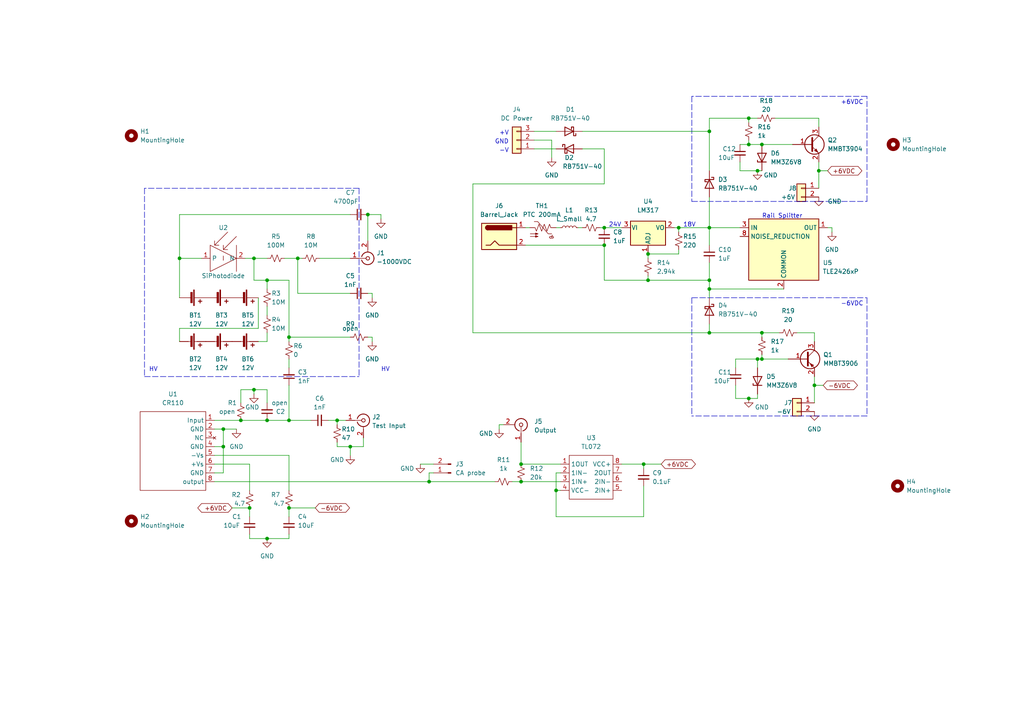
<source format=kicad_sch>
(kicad_sch (version 20211123) (generator eeschema)
  (paper "A4")
  (lib_symbols
    (symbol "Connector:Barrel_Jack" (pin_names (offset 1.016))
      (property "Reference" "J" (at 0 5.334 0))
      (property "Value" "Barrel_Jack" (at 0 -5.08 0))
      (symbol "Barrel_Jack_1_1"
        (pin passive line (at 7.62 2.54 180) (length 2.54) (name "~") (number "1"))
        (pin passive line (at 7.62 -2.54 180) (length 2.54) (name "~") (number "2"))
      )
    )
    (symbol "Connector:Conn_01x02_Male" (pin_names (offset 1.016) hide)
      (property "Reference" "J" (at 0 2.54 0))
      (property "Value" "Conn_01x02_Male" (at 0 -5.08 0))
      (symbol "Conn_01x02_Male_1_1"
        (pin passive line (at 5.08 0 180) (length 3.81) (name "Pin_1") (number "1"))
        (pin passive line (at 5.08 -2.54 180) (length 3.81) (name "Pin_2") (number "2"))
      )
    )
    (symbol "Connector:Conn_Coaxial" (pin_names (offset 1.016) hide)
      (property "Reference" "J" (at 0.254 3.048 0))
      (property "Value" "Conn_Coaxial" (at 2.921 0 90))
      (symbol "Conn_Coaxial_1_1"
        (pin passive line (at -5.08 0 0) (length 2.54) (name "In") (number "1"))
        (pin passive line (at 0 -5.08 90) (length 2.54) (name "Ext") (number "2"))
      )
    )
    (symbol "Connector_Generic:Conn_01x02" (pin_names (offset 1.016) hide)
      (property "Reference" "J" (at 0 2.54 0))
      (property "Value" "Conn_01x02" (at 0 -5.08 0))
      (symbol "Conn_01x02_1_1"
        (pin passive line (at -5.08 0 0) (length 3.81) (name "Pin_1") (number "1"))
        (pin passive line (at -5.08 -2.54 0) (length 3.81) (name "Pin_2") (number "2"))
      )
    )
    (symbol "Connector_Generic:Conn_01x03" (pin_names (offset 1.016) hide)
      (property "Reference" "J" (at 0 5.08 0))
      (property "Value" "Conn_01x03" (at 0 -5.08 0))
      (symbol "Conn_01x03_1_1"
        (pin passive line (at -5.08 2.54 0) (length 3.81) (name "Pin_1") (number "1"))
        (pin passive line (at -5.08 0 0) (length 3.81) (name "Pin_2") (number "2"))
        (pin passive line (at -5.08 -2.54 0) (length 3.81) (name "Pin_3") (number "3"))
      )
    )
    (symbol "Device:Battery_Cell" (pin_numbers hide) (pin_names (offset 0) hide)
      (property "Reference" "BT" (at 2.54 2.54 0))
      (property "Value" "Battery_Cell" (at 2.54 0 0))
      (symbol "Battery_Cell_1_1"
        (pin passive line (at 0 5.08 270) (length 2.54) (name "+") (number "1"))
        (pin passive line (at 0 -2.54 90) (length 2.54) (name "-") (number "2"))
      )
    )
    (symbol "Device:C_Small" (pin_numbers hide) (pin_names (offset 0.254) hide)
      (property "Reference" "C" (at 0.254 1.778 0))
      (property "Value" "C_Small" (at 0.254 -2.032 0))
      (symbol "C_Small_1_1"
        (pin passive line (at 0 2.54 270) (length 2.032) (name "~") (number "1"))
        (pin passive line (at 0 -2.54 90) (length 2.032) (name "~") (number "2"))
      )
    )
    (symbol "Device:D_Schottky" (pin_numbers hide) (pin_names (offset 1.016) hide)
      (property "Reference" "D" (at 0 2.54 0))
      (property "Value" "D_Schottky" (at 0 -2.54 0))
      (symbol "D_Schottky_1_1"
        (pin passive line (at -3.81 0 0) (length 2.54) (name "K") (number "1"))
        (pin passive line (at 3.81 0 180) (length 2.54) (name "A") (number "2"))
      )
    )
    (symbol "Device:L_Small" (pin_numbers hide) (pin_names (offset 0.254) hide)
      (property "Reference" "L" (at 0.762 1.016 0))
      (property "Value" "L_Small" (at 0.762 -1.016 0))
      (symbol "L_Small_1_1"
        (pin passive line (at 0 2.54 270) (length 0.508) (name "~") (number "1"))
        (pin passive line (at 0 -2.54 90) (length 0.508) (name "~") (number "2"))
      )
    )
    (symbol "Device:R_Small_US" (pin_numbers hide) (pin_names (offset 0.254) hide)
      (property "Reference" "R" (at 0.762 0.508 0))
      (property "Value" "R_Small_US" (at 0.762 -1.016 0))
      (symbol "R_Small_US_1_1"
        (pin passive line (at 0 2.54 270) (length 1.016) (name "~") (number "1"))
        (pin passive line (at 0 -2.54 90) (length 1.016) (name "~") (number "2"))
      )
    )
    (symbol "Device:Thermistor_PTC_US" (pin_numbers hide) (pin_names (offset 0))
      (property "Reference" "TH" (at -4.064 0 90))
      (property "Value" "Thermistor_PTC_US" (at 3.048 0 90))
      (symbol "Thermistor_PTC_US_1_1"
        (pin passive line (at 0 3.81 270) (length 1.27) (name "~") (number "1"))
        (pin passive line (at 0 -3.81 90) (length 1.27) (name "~") (number "2"))
      )
    )
    (symbol "Diode:MM3Zxx" (pin_numbers hide) (pin_names hide)
      (property "Reference" "D" (at 0 2.54 0))
      (property "Value" "MM3Zxx" (at 0 -2.54 0))
      (symbol "MM3Zxx_1_1"
        (pin passive line (at -3.81 0 0) (length 2.54) (name "K") (number "1"))
        (pin passive line (at 3.81 0 180) (length 2.54) (name "A") (number "2"))
      )
    )
    (symbol "ESC_Electronics:CR110"
      (property "Reference" "U" (at 10.16 -2.54 0))
      (property "Value" "CR110" (at 10.16 5.08 0))
      (symbol "CR110_1_1"
        (pin input line (at -3.81 8.89 0) (length 2.54) (name "Input") (number "1"))
        (pin input line (at -3.81 6.35 0) (length 2.54) (name "GND") (number "2"))
        (pin no_connect line (at -3.81 3.81 0) (length 2.54) (name "NC") (number "3"))
        (pin input line (at -3.81 1.27 0) (length 2.54) (name "GND") (number "4"))
        (pin input line (at -3.81 -1.27 0) (length 2.54) (name "-Vs") (number "5"))
        (pin input line (at -3.81 -3.81 0) (length 2.54) (name "+Vs") (number "6"))
        (pin input line (at -3.81 -6.35 0) (length 2.54) (name "GND") (number "7"))
        (pin input line (at -3.81 -8.89 0) (length 2.54) (name "output") (number "8"))
      )
    )
    (symbol "ESC_Electronics:SiPhotodiode"
      (property "Reference" "U?" (at 0 8.89 0))
      (property "Value" "SiPhotodiode" (at 0 -5.08 0))
      (symbol "SiPhotodiode_0_0"
        (text "I" (at 0 0 0) (effects (font (size 1.27 1.27))))
      )
      (symbol "SiPhotodiode_1_1"
        (pin input line (at -6.35 0 0) (length 2.54) (name "P") (number "1"))
        (pin output line (at 6.35 0 180) (length 2.54) (name "N") (number "2"))
      )
    )
    (symbol "ESC_Electronics:TL072"
      (property "Reference" "U" (at 0 7.62 0))
      (property "Value" "TL072" (at 0 -7.62 0))
      (symbol "TL072_1_1"
        (pin output line (at -8.89 3.81 0) (length 2.54) (name "1OUT") (number "1"))
        (pin input line (at -8.89 1.27 0) (length 2.54) (name "1IN-") (number "2"))
        (pin input line (at -8.89 -1.27 0) (length 2.54) (name "1IN+") (number "3"))
        (pin input line (at -8.89 -3.81 0) (length 2.54) (name "VCC-") (number "4"))
        (pin input line (at 8.89 -3.81 180) (length 2.54) (name "2IN+") (number "5"))
        (pin input line (at 8.89 -1.27 180) (length 2.54) (name "2IN-") (number "6"))
        (pin output line (at 8.89 1.27 180) (length 2.54) (name "2OUT") (number "7"))
        (pin input line (at 8.89 3.81 180) (length 2.54) (name "VCC+") (number "8"))
      )
    )
    (symbol "Mechanical:MountingHole" (pin_names (offset 1.016))
      (property "Reference" "H" (at 0 5.08 0))
      (property "Value" "MountingHole" (at 0 3.175 0))
    )
    (symbol "Reference_Voltage:TLE2426xP"
      (property "Reference" "U" (at -10.414 8.89 0))
      (property "Value" "TLE2426xP" (at 10.16 8.89 0))
      (symbol "TLE2426xP_1_1"
        (pin power_out line (at 12.7 5.08 180) (length 2.54) (name "OUT") (number "1"))
        (pin power_in line (at 0 -12.7 90) (length 2.54) (name "COMMON") (number "2"))
        (pin power_in line (at -12.7 5.08 0) (length 2.54) (name "IN") (number "3"))
        (pin no_connect line (at -10.16 0 0) (length 2.54) hide (name "NC") (number "4"))
        (pin no_connect line (at -10.16 -2.54 0) (length 2.54) hide (name "NC") (number "5"))
        (pin no_connect line (at 10.16 0 180) (length 2.54) hide (name "NC") (number "6"))
        (pin no_connect line (at 10.16 -2.54 180) (length 2.54) hide (name "NC") (number "7"))
        (pin passive line (at -12.7 2.54 0) (length 2.54) (name "NOISE_REDUCTION") (number "8"))
      )
    )
    (symbol "Regulator_Linear:LM317_TO-220" (pin_names (offset 0.254))
      (property "Reference" "U" (at -3.81 3.175 0))
      (property "Value" "LM317_TO-220" (at 0 3.175 0))
      (symbol "LM317_TO-220_1_1"
        (pin input line (at 0 -7.62 90) (length 2.54) (name "ADJ") (number "1"))
        (pin power_out line (at 7.62 0 180) (length 2.54) (name "VO") (number "2"))
        (pin power_in line (at -7.62 0 0) (length 2.54) (name "VI") (number "3"))
      )
    )
    (symbol "Transistor_BJT:MMBT3904" (pin_names (offset 0) hide)
      (property "Reference" "Q" (at 5.08 1.905 0))
      (property "Value" "MMBT3904" (at 5.08 0 0))
      (symbol "MMBT3904_1_1"
        (pin input line (at -5.08 0 0) (length 5.715) (name "B") (number "1"))
        (pin passive line (at 2.54 -5.08 90) (length 2.54) (name "E") (number "2"))
        (pin passive line (at 2.54 5.08 270) (length 2.54) (name "C") (number "3"))
      )
    )
    (symbol "Transistor_BJT:MMBT3906" (pin_names (offset 0) hide)
      (property "Reference" "Q" (at 5.08 1.905 0))
      (property "Value" "MMBT3906" (at 5.08 0 0))
      (symbol "MMBT3906_1_1"
        (pin input line (at -5.08 0 0) (length 5.715) (name "B") (number "1"))
        (pin passive line (at 2.54 -5.08 90) (length 2.54) (name "E") (number "2"))
        (pin passive line (at 2.54 5.08 270) (length 2.54) (name "C") (number "3"))
      )
    )
    (symbol "power:GND" (power) (pin_names (offset 0))
      (property "Value" "GND" (at 0 -3.81 0))
      (symbol "GND_1_1"
        (pin power_in line (at 0 0 270) (length 0) hide (name "GND") (number "1"))
      )
    )
  )
  (junction (at 83.82 121.92))
  (junction (at 69.85 121.92))
  (junction (at 52.07 74.93))
  (junction (at 217.17 41.91))
  (junction (at 64.77 129.54))
  (junction (at 72.39 147.32))
  (junction (at 205.74 38.1))
  (junction (at 151.13 139.7))
  (junction (at 77.47 121.92))
  (junction (at 64.77 124.46))
  (junction (at 77.47 156.21))
  (junction (at 186.69 134.62))
  (junction (at 187.96 73.66))
  (junction (at 205.74 66.04))
  (junction (at 205.74 96.52))
  (junction (at 205.74 81.28))
  (junction (at 187.96 81.28))
  (junction (at 219.71 49.53))
  (junction (at 220.98 96.52))
  (junction (at 236.22 111.76))
  (junction (at 217.17 34.29))
  (junction (at 151.13 134.62))
  (junction (at 83.82 97.79))
  (junction (at 124.46 139.7))
  (junction (at 205.74 83.82))
  (junction (at 217.17 115.57))
  (junction (at 97.79 121.92))
  (junction (at 73.66 74.93))
  (junction (at 196.85 66.04))
  (junction (at 220.98 41.91))
  (junction (at 175.26 71.12))
  (junction (at 73.66 113.03))
  (junction (at 83.82 147.32))
  (junction (at 86.36 74.93))
  (junction (at 161.29 142.24))
  (junction (at 101.6 129.54))
  (junction (at 220.98 104.14))
  (junction (at 106.68 62.23))
  (junction (at 77.47 81.28))
  (junction (at 175.26 66.04))
  (junction (at 219.71 104.14))
  (junction (at 237.49 49.53))
  (polyline (pts (xy 251.46 58.42) (xy 251.46 27.94)))
  (wire (pts (xy 72.39 134.62) (xy 62.23 134.62)))
  (wire (pts (xy 106.68 62.23) (xy 110.49 62.23)))
  (wire (pts (xy 161.29 149.86) (xy 161.29 142.24)))
  (wire (pts (xy 237.49 34.29) (xy 237.49 36.83)))
  (wire (pts (xy 83.82 81.28) (xy 83.82 97.79)))
  (wire (pts (xy 77.47 96.52) (xy 77.47 99.06)))
  (wire (pts (xy 74.93 86.36) (xy 74.93 95.25)))
  (wire (pts (xy 137.16 53.34) (xy 137.16 96.52)))
  (wire (pts (xy 180.34 134.62) (xy 186.69 134.62)))
  (wire (pts (xy 151.13 139.7) (xy 162.56 139.7)))
  (wire (pts (xy 237.49 49.53) (xy 237.49 54.61)))
  (wire (pts (xy 161.29 66.04) (xy 162.56 66.04)))
  (wire (pts (xy 213.36 106.68) (xy 213.36 104.14)))
  (wire (pts (xy 124.46 139.7) (xy 143.51 139.7)))
  (wire (pts (xy 205.74 66.04) (xy 205.74 71.12)))
  (wire (pts (xy 213.36 115.57) (xy 217.17 115.57)))
  (wire (pts (xy 240.03 66.04) (xy 241.3 66.04)))
  (wire (pts (xy 69.85 113.03) (xy 73.66 113.03)))
  (polyline (pts (xy 104.14 54.61) (xy 41.91 54.61)))
  (wire (pts (xy 205.74 93.98) (xy 205.74 96.52)))
  (wire (pts (xy 236.22 99.06) (xy 236.22 96.52)))
  (wire (pts (xy 86.36 85.09) (xy 101.6 85.09)))
  (wire (pts (xy 83.82 97.79) (xy 83.82 99.06)))
  (wire (pts (xy 205.74 83.82) (xy 205.74 86.36)))
  (wire (pts (xy 175.26 43.18) (xy 175.26 53.34)))
  (wire (pts (xy 205.74 34.29) (xy 217.17 34.29)))
  (wire (pts (xy 219.71 115.57) (xy 219.71 114.3)))
  (wire (pts (xy 175.26 81.28) (xy 175.26 71.12)))
  (wire (pts (xy 83.82 147.32) (xy 91.44 147.32)))
  (wire (pts (xy 205.74 76.2) (xy 205.74 81.28)))
  (wire (pts (xy 52.07 95.25) (xy 52.07 99.06)))
  (wire (pts (xy 107.95 86.36) (xy 107.95 85.09)))
  (wire (pts (xy 151.13 128.27) (xy 151.13 134.62)))
  (polyline (pts (xy 200.66 27.94) (xy 200.66 58.42)))
  (wire (pts (xy 219.71 49.53) (xy 220.98 49.53)))
  (polyline (pts (xy 200.66 86.36) (xy 251.46 86.36)))
  (wire (pts (xy 64.77 124.46) (xy 68.58 124.46)))
  (wire (pts (xy 71.12 74.93) (xy 73.66 74.93)))
  (wire (pts (xy 205.74 57.15) (xy 205.74 66.04)))
  (wire (pts (xy 236.22 96.52) (xy 231.14 96.52)))
  (wire (pts (xy 154.94 38.1) (xy 161.29 38.1)))
  (wire (pts (xy 213.36 111.76) (xy 213.36 115.57)))
  (wire (pts (xy 69.85 116.84) (xy 69.85 113.03)))
  (wire (pts (xy 72.39 154.94) (xy 72.39 156.21)))
  (wire (pts (xy 219.71 104.14) (xy 219.71 106.68)))
  (wire (pts (xy 196.85 72.39) (xy 196.85 73.66)))
  (wire (pts (xy 196.85 73.66) (xy 187.96 73.66)))
  (wire (pts (xy 64.77 129.54) (xy 64.77 137.16)))
  (wire (pts (xy 187.96 81.28) (xy 205.74 81.28)))
  (wire (pts (xy 62.23 132.08) (xy 83.82 132.08)))
  (wire (pts (xy 152.4 66.04) (xy 153.67 66.04)))
  (wire (pts (xy 154.94 40.64) (xy 160.02 40.64)))
  (wire (pts (xy 220.98 41.91) (xy 229.87 41.91)))
  (wire (pts (xy 77.47 81.28) (xy 83.82 81.28)))
  (wire (pts (xy 72.39 156.21) (xy 77.47 156.21)))
  (wire (pts (xy 67.31 147.32) (xy 72.39 147.32)))
  (wire (pts (xy 73.66 74.93) (xy 73.66 81.28)))
  (wire (pts (xy 69.85 121.92) (xy 62.23 121.92)))
  (wire (pts (xy 217.17 34.29) (xy 217.17 35.56)))
  (wire (pts (xy 82.55 74.93) (xy 86.36 74.93)))
  (polyline (pts (xy 41.91 54.61) (xy 41.91 109.22)))
  (wire (pts (xy 73.66 74.93) (xy 77.47 74.93)))
  (wire (pts (xy 124.46 137.16) (xy 124.46 139.7)))
  (wire (pts (xy 83.82 97.79) (xy 101.6 97.79)))
  (wire (pts (xy 106.68 97.79) (xy 107.95 97.79)))
  (wire (pts (xy 186.69 134.62) (xy 186.69 135.89)))
  (polyline (pts (xy 251.46 120.65) (xy 200.66 120.65)))
  (polyline (pts (xy 104.14 54.61) (xy 104.14 109.22)))
  (wire (pts (xy 137.16 53.34) (xy 175.26 53.34)))
  (wire (pts (xy 83.82 121.92) (xy 77.47 121.92)))
  (wire (pts (xy 219.71 104.14) (xy 220.98 104.14)))
  (wire (pts (xy 195.58 66.04) (xy 196.85 66.04)))
  (wire (pts (xy 83.82 111.76) (xy 83.82 121.92)))
  (wire (pts (xy 107.95 85.09) (xy 106.68 85.09)))
  (wire (pts (xy 58.42 74.93) (xy 52.07 74.93)))
  (wire (pts (xy 110.49 62.23) (xy 110.49 63.5)))
  (wire (pts (xy 106.68 69.85) (xy 106.68 62.23)))
  (wire (pts (xy 92.71 74.93) (xy 101.6 74.93)))
  (wire (pts (xy 187.96 73.66) (xy 187.96 74.93)))
  (wire (pts (xy 101.6 129.54) (xy 101.6 132.08)))
  (wire (pts (xy 62.23 124.46) (xy 64.77 124.46)))
  (wire (pts (xy 196.85 66.04) (xy 196.85 67.31)))
  (wire (pts (xy 97.79 121.92) (xy 100.33 121.92)))
  (polyline (pts (xy 41.91 109.22) (xy 104.14 109.22)))
  (wire (pts (xy 205.74 66.04) (xy 214.63 66.04)))
  (wire (pts (xy 162.56 137.16) (xy 161.29 137.16)))
  (wire (pts (xy 137.16 96.52) (xy 205.74 96.52)))
  (wire (pts (xy 151.13 134.62) (xy 162.56 134.62)))
  (wire (pts (xy 217.17 115.57) (xy 219.71 115.57)))
  (wire (pts (xy 237.49 46.99) (xy 237.49 49.53)))
  (wire (pts (xy 74.93 99.06) (xy 77.47 99.06)))
  (wire (pts (xy 214.63 46.99) (xy 214.63 49.53)))
  (wire (pts (xy 227.33 83.82) (xy 205.74 83.82)))
  (wire (pts (xy 236.22 111.76) (xy 236.22 116.84)))
  (wire (pts (xy 217.17 34.29) (xy 219.71 34.29)))
  (wire (pts (xy 214.63 41.91) (xy 217.17 41.91)))
  (wire (pts (xy 213.36 104.14) (xy 219.71 104.14)))
  (wire (pts (xy 152.4 71.12) (xy 175.26 71.12)))
  (wire (pts (xy 74.93 95.25) (xy 52.07 95.25)))
  (wire (pts (xy 105.41 127) (xy 105.41 129.54)))
  (wire (pts (xy 220.98 41.91) (xy 217.17 41.91)))
  (wire (pts (xy 205.74 96.52) (xy 220.98 96.52)))
  (wire (pts (xy 83.82 121.92) (xy 90.17 121.92)))
  (wire (pts (xy 220.98 104.14) (xy 228.6 104.14)))
  (wire (pts (xy 97.79 128.27) (xy 97.79 129.54)))
  (wire (pts (xy 107.95 97.79) (xy 107.95 99.06)))
  (wire (pts (xy 220.98 96.52) (xy 220.98 97.79)))
  (wire (pts (xy 52.07 74.93) (xy 52.07 86.36)))
  (wire (pts (xy 187.96 81.28) (xy 175.26 81.28)))
  (wire (pts (xy 236.22 111.76) (xy 238.76 111.76)))
  (wire (pts (xy 160.02 40.64) (xy 160.02 45.72)))
  (wire (pts (xy 69.85 121.92) (xy 77.47 121.92)))
  (wire (pts (xy 241.3 66.04) (xy 241.3 67.31)))
  (wire (pts (xy 86.36 74.93) (xy 86.36 85.09)))
  (wire (pts (xy 187.96 81.28) (xy 187.96 80.01)))
  (wire (pts (xy 95.25 121.92) (xy 97.79 121.92)))
  (wire (pts (xy 173.99 66.04) (xy 175.26 66.04)))
  (wire (pts (xy 83.82 156.21) (xy 77.47 156.21)))
  (wire (pts (xy 73.66 81.28) (xy 77.47 81.28)))
  (wire (pts (xy 168.91 43.18) (xy 175.26 43.18)))
  (wire (pts (xy 83.82 104.14) (xy 83.82 106.68)))
  (wire (pts (xy 148.59 139.7) (xy 151.13 139.7)))
  (wire (pts (xy 83.82 154.94) (xy 83.82 156.21)))
  (wire (pts (xy 72.39 142.24) (xy 72.39 134.62)))
  (wire (pts (xy 175.26 66.04) (xy 180.34 66.04)))
  (wire (pts (xy 97.79 129.54) (xy 101.6 129.54)))
  (wire (pts (xy 86.36 74.93) (xy 87.63 74.93)))
  (wire (pts (xy 62.23 139.7) (xy 124.46 139.7)))
  (wire (pts (xy 196.85 66.04) (xy 205.74 66.04)))
  (polyline (pts (xy 200.66 86.36) (xy 200.66 120.65)))
  (wire (pts (xy 161.29 137.16) (xy 161.29 142.24)))
  (wire (pts (xy 77.47 116.84) (xy 77.47 113.03)))
  (wire (pts (xy 154.94 43.18) (xy 161.29 43.18)))
  (wire (pts (xy 214.63 49.53) (xy 219.71 49.53)))
  (wire (pts (xy 220.98 96.52) (xy 226.06 96.52)))
  (wire (pts (xy 62.23 129.54) (xy 64.77 129.54)))
  (wire (pts (xy 168.91 38.1) (xy 205.74 38.1)))
  (wire (pts (xy 217.17 41.91) (xy 217.17 40.64)))
  (wire (pts (xy 186.69 149.86) (xy 161.29 149.86)))
  (wire (pts (xy 186.69 134.62) (xy 191.77 134.62)))
  (wire (pts (xy 121.92 134.62) (xy 125.73 134.62)))
  (wire (pts (xy 83.82 132.08) (xy 83.82 142.24)))
  (wire (pts (xy 161.29 142.24) (xy 162.56 142.24)))
  (wire (pts (xy 83.82 147.32) (xy 83.82 149.86)))
  (wire (pts (xy 64.77 124.46) (xy 64.77 129.54)))
  (wire (pts (xy 125.73 137.16) (xy 124.46 137.16)))
  (wire (pts (xy 205.74 83.82) (xy 205.74 81.28)))
  (polyline (pts (xy 251.46 86.36) (xy 251.46 120.65)))
  (wire (pts (xy 205.74 38.1) (xy 205.74 49.53)))
  (wire (pts (xy 224.79 34.29) (xy 237.49 34.29)))
  (wire (pts (xy 236.22 109.22) (xy 236.22 111.76)))
  (wire (pts (xy 52.07 62.23) (xy 101.6 62.23)))
  (wire (pts (xy 205.74 34.29) (xy 205.74 38.1)))
  (wire (pts (xy 62.23 137.16) (xy 64.77 137.16)))
  (wire (pts (xy 105.41 129.54) (xy 101.6 129.54)))
  (wire (pts (xy 77.47 81.28) (xy 77.47 83.82)))
  (wire (pts (xy 144.78 124.46) (xy 144.78 123.19)))
  (wire (pts (xy 73.66 113.03) (xy 73.66 114.3)))
  (wire (pts (xy 186.69 140.97) (xy 186.69 149.86)))
  (wire (pts (xy 97.79 121.92) (xy 97.79 123.19)))
  (wire (pts (xy 237.49 49.53) (xy 240.03 49.53)))
  (polyline (pts (xy 200.66 58.42) (xy 251.46 58.42)))
  (polyline (pts (xy 251.46 27.94) (xy 200.66 27.94)))
  (wire (pts (xy 52.07 62.23) (xy 52.07 74.93)))
  (wire (pts (xy 144.78 123.19) (xy 146.05 123.19)))
  (wire (pts (xy 72.39 147.32) (xy 72.39 149.86)))
  (wire (pts (xy 220.98 102.87) (xy 220.98 104.14)))
  (wire (pts (xy 77.47 88.9) (xy 77.47 91.44)))
  (wire (pts (xy 167.64 66.04) (xy 168.91 66.04)))
  (wire (pts (xy 77.47 113.03) (xy 73.66 113.03)))
  (text "24V" (at 176.53 66.04 0) (effects (font (size 1.27 1.27)) (justify left bottom)))
  (text "+V" (at 144.78 39.37 0) (effects (font (size 1.27 1.27)) (justify left bottom)))
  (text "+6VDC" (at 243.84 30.48 0) (effects (font (size 1.27 1.27)) (justify left bottom)))
  (text "HV" (at 110.49 107.95 0) (effects (font (size 1.27 1.27)) (justify left bottom)))
  (text "-6VDC" (at 243.84 88.9 0) (effects (font (size 1.27 1.27)) (justify left bottom)))
  (text "GND" (at 143.51 41.91 0) (effects (font (size 1.27 1.27)) (justify left bottom)))
  (text "-V" (at 144.78 44.45 0) (effects (font (size 1.27 1.27)) (justify left bottom)))
  (text "HV" (at 43.18 107.95 0) (effects (font (size 1.27 1.27)) (justify left bottom)))
  (text "18V" (at 198.12 66.04 0) (effects (font (size 1.27 1.27)) (justify left bottom)))
  (text "Rail Splitter" (at 220.98 63.5 0) (effects (font (size 1.27 1.27)) (justify left bottom)))
  (global_label "-6VDC" (shape bidirectional) (at 238.76 111.76 0) (property "Intersheet References" "${INTERSHEET_REFS}" (effects hide)))
  (global_label "-6VDC" (shape bidirectional) (at 91.44 147.32 0) (property "Intersheet References" "${INTERSHEET_REFS}" (effects hide)))
  (global_label "+6VDC" (shape bidirectional) (at 191.77 134.62 0) (property "Intersheet References" "${INTERSHEET_REFS}" (effects hide)))
  (global_label "+6VDC" (shape bidirectional) (at 67.31 147.32 180) (property "Intersheet References" "${INTERSHEET_REFS}" (effects hide)))
  (global_label "+6VDC" (shape bidirectional) (at 240.03 49.53 0) (property "Intersheet References" "${INTERSHEET_REFS}" (effects hide)))
  (symbol (lib_id "Device:R_Small_US") (at 151.13 137.16 0) (unit 1)
    (property "Reference" "R12" (at 153.67 135.8899 0) (effects (justify left)))
    (property "Value" "20k" (at 153.67 138.4299 0) (effects (justify left)))
    (property "Footprint" "Resistor_SMD:R_0805_2012Metric_Pad1.20x1.40mm_HandSolder" (effects hide))
    (property "Datasheet" "https://www.digikey.com/en/products/detail/stackpole-electronics-inc/RNCP0805FTD20K0/2240272" (effects hide))
    (property "Digikey" "RNCP0805FTD20K0CT-ND" (effects hide))
  )
  (symbol (lib_id "power:GND") (at 68.58 124.46 0) (unit 1)
    (property "Reference" "#PWR0110" (effects hide))
    (property "Value" "GND" (at 68.58 129.54 0))
  )
  (symbol (lib_id "Device:R_Small_US") (at 217.17 38.1 0) (unit 1)
    (property "Reference" "R16" (at 219.71 36.8299 0) (effects (justify left)))
    (property "Value" "1k" (at 219.71 39.3699 0) (effects (justify left)))
    (property "Footprint" "Resistor_SMD:R_0805_2012Metric_Pad1.20x1.40mm_HandSolder" (effects hide))
    (property "Datasheet" "https://www.digikey.com/en/products/detail/stackpole-electronics-inc/RNCP0805FTD1K00/2240229" (effects hide))
    (property "Digikey" "RNCP0805FTD1K00CT-ND" (effects hide))
  )
  (symbol (lib_id "power:GND") (at 236.22 119.38 0) (unit 1)
    (property "Reference" "#PWR01" (effects hide))
    (property "Value" "GND" (at 236.22 124.46 0))
  )
  (symbol (lib_id "Device:Battery_Cell") (at 69.85 99.06 270) (unit 1)
    (property "Reference" "BT6" (at 71.882 104.14 90))
    (property "Value" "12V" (at 71.882 106.68 90))
    (property "Footprint" "ESC_Electronics_Library:6S-Battery-Holder" (effects hide))
    (property "Datasheet" "https://www.digikey.com/en/products/detail/mpd-memory-protection-devices/BH23APC/247700?s=N4IgTCBcDaIEIAkwGYCCAFAwgWgHIBEQBdAXyA" (effects hide))
    (property "Digikey" "BH23APC-ND" (effects hide))
  )
  (symbol (lib_id "Device:Battery_Cell") (at 54.61 99.06 270) (unit 1)
    (property "Reference" "BT2" (at 56.642 104.14 90))
    (property "Value" "12V" (at 56.642 106.68 90))
    (property "Footprint" "ESC_Electronics_Library:6S-Battery-Holder" (effects hide))
    (property "Datasheet" "https://www.digikey.com/en/products/detail/mpd-memory-protection-devices/BH23APC/247700?s=N4IgTCBcDaIEIAkwGYCCAFAwgWgHIBEQBdAXyA" (effects hide))
    (property "Digikey" "BH23APC-ND" (effects hide))
  )
  (symbol (lib_id "Device:C_Small") (at 104.14 85.09 90) (unit 1)
    (property "Reference" "C5" (at 101.6 80.01 90))
    (property "Value" "1nF" (at 101.6 82.55 90))
    (property "Footprint" "Capacitor_THT:C_Disc_D7.5mm_W5.0mm_P5.00mm" (effects hide))
    (property "Datasheet" "https://www.digikey.com/en/products/detail/kemet/C330C102JHR5TA/1465599" (effects hide))
    (property "Digikey" "399-5094-ND" (effects hide))
  )
  (symbol (lib_id "Connector:Conn_Coaxial") (at 105.41 121.92 0) (unit 1)
    (property "Reference" "J2" (at 107.95 120.9431 0) (effects (justify left)))
    (property "Value" "Test Input" (at 107.95 123.4831 0) (effects (justify left)))
    (property "Footprint" "Connector_Coaxial:BNC_Amphenol_B6252HB-NPP3G-50_Horizontal" (effects hide))
    (property "Datasheet" " https://www.digikey.com/en/products/detail/amphenol-rf/031-5640/3593524" (effects hide))
    (property "Digikey" "ARF2005-ND" (effects hide))
  )
  (symbol (lib_id "Device:R_Small_US") (at 77.47 93.98 180) (unit 1)
    (property "Reference" "R4" (at 78.74 92.71 0) (effects (justify right)))
    (property "Value" "10M" (at 78.74 95.25 0) (effects (justify right)))
    (property "Footprint" "Resistor_THT:R_Axial_DIN0207_L6.3mm_D2.5mm_P7.62mm_Horizontal" (effects hide))
    (property "Datasheet" "https://www.digikey.com/en/products/detail/stackpole-electronics-inc/HVA05FA10M0/6195853" (effects hide))
    (property "Digikey" "HVA05FA10M0CT-ND" (effects hide))
  )
  (symbol (lib_id "Device:C_Small") (at 72.39 152.4 0) (unit 1)
    (property "Reference" "C1" (at 67.31 149.86 0) (effects (justify left)))
    (property "Value" "10uF" (at 64.77 152.4 0) (effects (justify left)))
    (property "Footprint" "Capacitor_SMD:C_1206_3216Metric_Pad1.33x1.80mm_HandSolder" (effects hide))
    (property "Datasheet" "https://www.digikey.com/en/products/detail/samsung-electro-mechanics/CL31B106KBHNNNE/5961251" (effects hide))
    (property "Digikey" "1276-6767-1-ND" (effects hide))
  )
  (symbol (lib_id "power:GND") (at 107.95 86.36 0) (unit 1)
    (property "Reference" "#PWR0113" (effects hide))
    (property "Value" "GND" (at 107.95 91.44 0))
  )
  (symbol (lib_id "Connector_Generic:Conn_01x02") (at 232.41 54.61 0) (mirror y) (unit 1)
    (property "Reference" "J8" (at 229.87 54.61 0))
    (property "Value" "+6V" (at 228.6 57.15 0))
    (property "Footprint" "Connector_PinHeader_2.54mm:PinHeader_1x02_P2.54mm_Vertical" (effects hide))
  )
  (symbol (lib_id "Device:C_Small") (at 214.63 44.45 0) (unit 1)
    (property "Reference" "C12" (at 209.55 43.18 0) (effects (justify left)))
    (property "Value" "10uF" (at 208.28 45.72 0) (effects (justify left)))
    (property "Footprint" "Capacitor_SMD:C_0805_2012Metric_Pad1.18x1.45mm_HandSolder" (effects hide))
    (property "Datasheet" "https://www.digikey.com/en/products/detail/samsung-electro-mechanics/CL21A106KOQNNNE/3886754" (effects hide))
    (property "Digikey" "1276-1096-1-ND" (effects hide))
  )
  (symbol (lib_id "Connector:Conn_Coaxial") (at 151.13 123.19 270) (mirror x) (unit 1)
    (property "Reference" "J5" (at 154.94 122.2373 90) (effects (justify left)))
    (property "Value" "Output" (at 154.94 124.7773 90) (effects (justify left)))
    (property "Footprint" "Connector_Coaxial:BNC_Amphenol_B6252HB-NPP3G-50_Horizontal" (effects hide))
    (property "Datasheet" " https://www.digikey.com/en/products/detail/amphenol-rf/031-5640/3593524" (effects hide))
    (property "Digikey" "ARF2005-ND" (effects hide))
  )
  (symbol (lib_id "Device:R_Small_US") (at 83.82 144.78 180) (unit 1)
    (property "Reference" "R7" (at 81.28 143.51 0) (effects (justify left)))
    (property "Value" "4.7" (at 82.55 146.05 0) (effects (justify left)))
    (property "Footprint" "Resistor_SMD:R_2512_6332Metric_Pad1.40x3.35mm_HandSolder" (effects hide))
    (property "Datasheet" "https://www.digikey.com/en/products/detail/te-connectivity-passive-product/35224R7JT/5245115" (effects hide))
    (property "Digikey" "A121265CT-ND" (effects hide))
  )
  (symbol (lib_id "Device:R_Small_US") (at 171.45 66.04 270) (unit 1)
    (property "Reference" "R13" (at 171.45 60.96 90))
    (property "Value" "4.7" (at 171.45 63.5 90))
    (property "Footprint" "Resistor_SMD:R_2512_6332Metric_Pad1.40x3.35mm_HandSolder" (effects hide))
    (property "Datasheet" "https://www.digikey.com/en/products/detail/te-connectivity-passive-product/35224R7JT/5245115" (effects hide))
    (property "Digikey" "A121265CT-ND" (effects hide))
  )
  (symbol (lib_id "Device:R_Small_US") (at 69.85 119.38 180) (unit 1)
    (property "Reference" "R1" (at 66.04 116.84 0) (effects (justify right)))
    (property "Value" "open" (at 63.5 119.38 0) (effects (justify right)))
    (property "Footprint" "Resistor_THT:R_Axial_DIN0207_L6.3mm_D2.5mm_P5.08mm_Vertical" (effects hide))
  )
  (symbol (lib_id "Connector_Generic:Conn_01x03") (at 149.86 40.64 180) (unit 1)
    (property "Reference" "J4" (at 149.86 31.75 0))
    (property "Value" "DC Power" (at 149.86 34.29 0))
    (property "Footprint" "TerminalBlock_4Ucon:TerminalBlock_4Ucon_1x03_P3.50mm_Vertical" (effects hide))
  )
  (symbol (lib_id "power:GND") (at 219.71 49.53 0) (unit 1)
    (property "Reference" "#PWR0103" (effects hide))
    (property "Value" "GND" (at 223.52 50.8 0))
  )
  (symbol (lib_id "Device:Battery_Cell") (at 54.61 86.36 270) (unit 1)
    (property "Reference" "BT1" (at 56.642 91.44 90))
    (property "Value" "12V" (at 56.642 93.98 90))
    (property "Footprint" "ESC_Electronics_Library:6S-Battery-Holder" (effects hide))
    (property "Datasheet" "https://www.digikey.com/en/products/detail/mpd-memory-protection-devices/BH23APC/247700?s=N4IgTCBcDaIEIAkwGYCCAFAwgWgHIBEQBdAXyA" (effects hide))
    (property "Digikey" "BH23APC-ND" (effects hide))
  )
  (symbol (lib_id "Connector:Barrel_Jack") (at 144.78 68.58 0) (unit 1)
    (property "Reference" "J6" (at 144.78 59.69 0))
    (property "Value" "Barrel_Jack" (at 144.78 62.23 0))
    (property "Footprint" "Connector_Wire:SolderWire-0.75sqmm_1x02_P7mm_D1.25mm_OD3.5mm" (effects hide))
    (property "Datasheet" "https://www.digikey.com/en/products/detail/nte-electronics-inc/57-PJ70/11643698" (effects hide))
    (property "Digikey" "2368-57-PJ70-ND" (effects hide))
  )
  (symbol (lib_id "Device:R_Small_US") (at 222.25 34.29 90) (unit 1)
    (property "Reference" "R18" (at 222.25 29.21 90))
    (property "Value" "20" (at 222.25 31.75 90))
    (property "Footprint" "Resistor_SMD:R_0805_2012Metric_Pad1.20x1.40mm_HandSolder" (effects hide))
    (property "Datasheet" "https://www.digikey.com/en/products/detail/stackpole-electronics-inc/RNCP0805FTD20R0/2240199" (effects hide))
    (property "Digikey" "RNCP0805FTD20R0CT-ND" (effects hide))
  )
  (symbol (lib_id "Device:D_Schottky") (at 165.1 43.18 0) (unit 1)
    (property "Reference" "D2" (at 165.1 45.72 0))
    (property "Value" "RB751V-40" (at 168.91 48.26 0))
    (property "Footprint" "Diode_SMD:D_SOD-323_HandSoldering" (effects hide))
    (property "Datasheet" "https://www.comchiptech.com/admin/files/product/RB751V-40%20RevB415642.pdf" (effects hide))
  )
  (symbol (lib_id "ESC_Electronics:CR110") (at 58.42 130.81 0) (mirror y) (unit 1)
    (property "Reference" "U1" (at 50.165 114.3 0))
    (property "Value" "CR110" (at 50.165 116.84 0))
    (property "Footprint" "Connector_PinHeader_2.54mm:PinHeader_1x08_P2.54mm_Vertical" (effects hide))
  )
  (symbol (lib_id "Device:D_Schottky") (at 165.1 38.1 180) (unit 1)
    (property "Reference" "D1" (at 165.4175 31.75 0))
    (property "Value" "RB751V-40" (at 165.4175 34.29 0))
    (property "Footprint" "Diode_SMD:D_SOD-323_HandSoldering" (effects hide))
    (property "Datasheet" "https://www.comchiptech.com/admin/files/product/RB751V-40%20RevB415642.pdf" (effects hide))
  )
  (symbol (lib_id "Device:R_Small_US") (at 72.39 144.78 180) (unit 1)
    (property "Reference" "R2" (at 69.85 143.51 0) (effects (justify left)))
    (property "Value" "4.7" (at 71.12 146.05 0) (effects (justify left)))
    (property "Footprint" "Resistor_SMD:R_2512_6332Metric_Pad1.40x3.35mm_HandSolder" (effects hide))
    (property "Datasheet" "https://www.digikey.com/en/products/detail/te-connectivity-passive-product/35224R7JT/5245115" (effects hide))
    (property "Digikey" "A121265CT-ND" (effects hide))
  )
  (symbol (lib_id "Device:Battery_Cell") (at 69.85 86.36 270) (unit 1)
    (property "Reference" "BT5" (at 71.882 91.44 90))
    (property "Value" "12V" (at 71.882 93.98 90))
    (property "Footprint" "ESC_Electronics_Library:6S-Battery-Holder" (effects hide))
    (property "Datasheet" "https://www.digikey.com/en/products/detail/mpd-memory-protection-devices/BH23APC/247700?s=N4IgTCBcDaIEIAkwGYCCAFAwgWgHIBEQBdAXyA" (effects hide))
    (property "Digikey" "BH23APC-ND" (effects hide))
  )
  (symbol (lib_id "Mechanical:MountingHole") (at 259.08 41.91 0) (unit 1)
    (property "Reference" "H3" (at 261.62 40.6399 0) (effects (justify left)))
    (property "Value" "MountingHole" (at 261.62 43.1799 0) (effects (justify left)))
    (property "Footprint" "MountingHole:MountingHole_3.2mm_M3" (effects hide))
  )
  (symbol (lib_id "Device:R_Small_US") (at 80.01 74.93 90) (unit 1)
    (property "Reference" "R5" (at 80.01 68.58 90))
    (property "Value" "100M" (at 80.01 71.12 90))
    (property "Footprint" "Resistor_THT:R_Axial_DIN0207_L6.3mm_D2.5mm_P7.62mm_Horizontal" (effects hide))
    (property "Datasheet" "~https://www.digikey.com/en/products/detail/stackpole-electronics-inc/HVA05FA100M/6195856?s=N4IgTCBcDaIBIDUCCAGArAMSQRhSgsgMIAqAtAHIAiABCALoC%2BQA" (effects hide))
    (property "Digikey" "HVA05FA100MCT-ND " (effects hide))
  )
  (symbol (lib_id "Device:C_Small") (at 213.36 109.22 0) (unit 1)
    (property "Reference" "C11" (at 208.28 107.95 0) (effects (justify left)))
    (property "Value" "10uF" (at 207.01 110.49 0) (effects (justify left)))
    (property "Footprint" "Capacitor_SMD:C_0805_2012Metric_Pad1.18x1.45mm_HandSolder" (effects hide))
    (property "Datasheet" "https://www.digikey.com/en/products/detail/samsung-electro-mechanics/CL21A106KOQNNNE/3886754" (effects hide))
    (property "Digikey" "1276-1096-1-ND" (effects hide))
  )
  (symbol (lib_id "Device:R_Small_US") (at 187.96 77.47 0) (unit 1)
    (property "Reference" "R14" (at 190.5 76.1999 0) (effects (justify left)))
    (property "Value" "2.94k" (at 190.5 78.7399 0) (effects (justify left)))
    (property "Footprint" "Resistor_SMD:R_0805_2012Metric_Pad1.20x1.40mm_HandSolder" (effects hide))
    (property "Datasheet" "https://www.digikey.com/en/products/detail/yageo/RC0805FR-072K94L/727717" (effects hide))
    (property "Digikey" "311-2.94KCRCT-ND" (effects hide))
  )
  (symbol (lib_id "Connector:Conn_01x02_Male") (at 130.81 137.16 180) (unit 1)
    (property "Reference" "J3" (at 132.08 134.6199 0) (effects (justify right)))
    (property "Value" "CA probe" (at 132.08 137.1599 0) (effects (justify right)))
    (property "Footprint" "Connector_PinHeader_2.54mm:PinHeader_1x02_P2.54mm_Vertical" (effects hide))
  )
  (symbol (lib_id "Transistor_BJT:MMBT3906") (at 233.68 104.14 0) (unit 1)
    (property "Reference" "Q1" (at 238.76 102.8699 0) (effects (justify left)))
    (property "Value" "MMBT3906" (at 238.76 105.4099 0) (effects (justify left)))
    (property "Footprint" "Package_TO_SOT_SMD:SOT-23" (effects hide))
    (property "Datasheet" "https://www.digikey.com/en/products/detail/micro-commercial-co/MMBT3906-TP/819631" (effects hide))
    (property "Digikey" "MMBT3906-TPCT-ND" (effects hide))
  )
  (symbol (lib_id "Device:L_Small") (at 165.1 66.04 90) (unit 1)
    (property "Reference" "L1" (at 165.1 60.96 90))
    (property "Value" "L_Small" (at 165.1 63.5 90))
    (property "Footprint" "Inductor_THT:L_Radial_D7.0mm_P3.00mm" (effects hide))
    (property "Datasheet" "https://www.digikey.com/en/products/detail/bourns-inc/RLB0812-101KL/2561301" (effects hide))
    (property "Digikey" "RLB0812-101KL-ND" (effects hide))
  )
  (symbol (lib_id "Transistor_BJT:MMBT3904") (at 234.95 41.91 0) (unit 1)
    (property "Reference" "Q2" (at 240.03 40.6399 0) (effects (justify left)))
    (property "Value" "MMBT3904" (at 240.03 43.1799 0) (effects (justify left)))
    (property "Footprint" "Package_TO_SOT_SMD:SOT-23" (effects hide))
    (property "Datasheet" "https://www.digikey.com/en/products/detail/panjit-international-inc/MMBT3904-R1-00001/14660657" (effects hide))
    (property "Digikey" "3757-MMBT3904_R1_00001CT-ND" (effects hide))
  )
  (symbol (lib_id "Device:C_Small") (at 83.82 152.4 0) (unit 1)
    (property "Reference" "C4" (at 86.36 149.86 0) (effects (justify left)))
    (property "Value" "10uF" (at 86.36 152.4 0) (effects (justify left)))
    (property "Footprint" "Capacitor_SMD:C_1206_3216Metric_Pad1.33x1.80mm_HandSolder" (effects hide))
    (property "Datasheet" "https://www.digikey.com/en/products/detail/samsung-electro-mechanics/CL31B106KBHNNNE/5961251" (effects hide))
    (property "Digikey" "1276-6767-1-ND" (effects hide))
  )
  (symbol (lib_id "Device:R_Small_US") (at 220.98 100.33 0) (unit 1)
    (property "Reference" "R17" (at 223.52 99.0599 0) (effects (justify left)))
    (property "Value" "1k" (at 223.52 101.5999 0) (effects (justify left)))
    (property "Footprint" "Resistor_SMD:R_0805_2012Metric_Pad1.20x1.40mm_HandSolder" (effects hide))
    (property "Datasheet" "https://www.digikey.com/en/products/detail/stackpole-electronics-inc/RNCP0805FTD1K00/2240229" (effects hide))
    (property "Digikey" "RNCP0805FTD1K00CT-ND" (effects hide))
  )
  (symbol (lib_id "Device:R_Small_US") (at 97.79 125.73 0) (unit 1)
    (property "Reference" "R10" (at 99.06 124.46 0) (effects (justify left)))
    (property "Value" "47" (at 99.06 127 0) (effects (justify left)))
    (property "Footprint" "Resistor_SMD:R_0805_2012Metric_Pad1.20x1.40mm_HandSolder" (effects hide))
    (property "Datasheet" "https://www.digikey.com/en/products/detail/stackpole-electronics-inc/RPC0805JT47R0/3043899" (effects hide))
    (property "Digikey" "RPC0805JT47R0" (effects hide))
  )
  (symbol (lib_id "Regulator_Linear:LM317_TO-220") (at 187.96 66.04 0) (unit 1)
    (property "Reference" "U4" (at 187.96 58.42 0))
    (property "Value" "LM317" (at 187.96 60.96 0))
    (property "Footprint" "Package_TO_SOT_THT:TO-220-3_Horizontal_TabDown" (effects hide))
    (property "Datasheet" "https://www.digikey.com/en/products/detail/stmicroelectronics/LM317BT/5308099" (effects hide))
    (property "Digikey" "497-19621-ND" (effects hide))
  )
  (symbol (lib_id "Mechanical:MountingHole") (at 260.35 140.97 0) (unit 1)
    (property "Reference" "H4" (at 262.89 139.6999 0) (effects (justify left)))
    (property "Value" "MountingHole" (at 262.89 142.2399 0) (effects (justify left)))
    (property "Footprint" "MountingHole:MountingHole_3.2mm_M3" (effects hide))
  )
  (symbol (lib_id "Mechanical:MountingHole") (at 38.1 151.13 0) (unit 1)
    (property "Reference" "H2" (at 40.64 149.8599 0) (effects (justify left)))
    (property "Value" "MountingHole" (at 40.64 152.3999 0) (effects (justify left)))
    (property "Footprint" "MountingHole:MountingHole_3.2mm_M3" (effects hide))
  )
  (symbol (lib_id "power:GND") (at 121.92 134.62 0) (unit 1)
    (property "Reference" "#PWR0107" (effects hide))
    (property "Value" "GND" (at 118.11 135.89 0))
  )
  (symbol (lib_id "Diode:MM3Zxx") (at 219.71 110.49 90) (unit 1)
    (property "Reference" "D5" (at 222.25 109.2199 90) (effects (justify right)))
    (property "Value" "MM3Z6V8" (at 222.25 111.7599 90) (effects (justify right)))
    (property "Footprint" "Diode_SMD:D_SOD-323_HandSoldering" (effects hide))
    (property "Datasheet" "https://diotec.com/tl_files/diotec/files/pdf/datasheets/mm3z2v4.pdf" (effects hide))
    (property "Digikey" "MM3Z6V8T1GOSCT-ND" (effects hide))
  )
  (symbol (lib_id "Device:R_Small_US") (at 146.05 139.7 90) (unit 1)
    (property "Reference" "R11" (at 146.05 133.35 90))
    (property "Value" "1k" (at 146.05 135.89 90))
    (property "Footprint" "Resistor_SMD:R_0805_2012Metric_Pad1.20x1.40mm_HandSolder" (effects hide))
    (property "Datasheet" "https://www.digikey.com/en/products/detail/stackpole-electronics-inc/RNCP0805FTD1K00/2240229" (effects hide))
    (property "Digikey" "RNCP0805FTD1K00CT-ND" (effects hide))
  )
  (symbol (lib_id "Device:C_Small") (at 104.14 62.23 90) (unit 1)
    (property "Reference" "C7" (at 101.6 55.88 90))
    (property "Value" "4700pF" (at 100.33 58.42 90))
    (property "Footprint" "Capacitor_THT:C_Disc_D14.5mm_W5.0mm_P7.50mm" (effects hide))
    (property "Datasheet" "https://www.digikey.com/en/products/detail/tdk-corporation/CK45-B3DD472KYGNA/7383745?s=N4IgTCBcDaICxwKwFoCMAOVAGAzAdmQDkAREAXQF8g" (effects hide))
    (property "Digikey" "445-181037-ND" (effects hide))
  )
  (symbol (lib_id "Device:R_Small_US") (at 228.6 96.52 90) (unit 1)
    (property "Reference" "R19" (at 228.6 90.17 90))
    (property "Value" "20" (at 228.6 92.71 90))
    (property "Footprint" "Resistor_SMD:R_0805_2012Metric_Pad1.20x1.40mm_HandSolder" (effects hide))
    (property "Datasheet" "https://www.digikey.com/en/products/detail/stackpole-electronics-inc/RNCP0805FTD20R0/2240199" (effects hide))
    (property "Digikey" "RNCP0805FTD20R0CT-ND" (effects hide))
  )
  (symbol (lib_id "Connector_Generic:Conn_01x02") (at 231.14 116.84 0) (mirror y) (unit 1)
    (property "Reference" "J7" (at 228.6 116.84 0))
    (property "Value" "-6V" (at 227.33 119.38 0))
    (property "Footprint" "Connector_PinHeader_2.54mm:PinHeader_1x02_P2.54mm_Vertical" (effects hide))
  )
  (symbol (lib_id "Device:R_Small_US") (at 104.14 97.79 90) (unit 1)
    (property "Reference" "R9" (at 101.6 93.98 90))
    (property "Value" "open" (at 101.6 95.25 90))
    (property "Footprint" "Resistor_THT:R_Axial_DIN0207_L6.3mm_D2.5mm_P7.62mm_Horizontal" (effects hide))
  )
  (symbol (lib_id "ESC_Electronics:TL072") (at 171.45 138.43 0) (unit 1)
    (property "Reference" "U3" (at 171.45 127 0))
    (property "Value" "TL072" (at 171.45 129.54 0))
    (property "Footprint" "Package_DIP:DIP-8_W7.62mm_Socket" (effects hide))
    (property "Datasheet" "https://www.digikey.com/en/products/detail/texas-instruments/TL072BCP/378359" (effects hide))
    (property "Digikey" "296-7192-5-ND" (effects hide))
  )
  (symbol (lib_id "Device:D_Schottky") (at 205.74 53.34 270) (unit 1)
    (property "Reference" "D3" (at 208.28 52.07 90) (effects (justify left)))
    (property "Value" "RB751V-40" (at 208.28 54.61 90) (effects (justify left)))
    (property "Footprint" "Diode_SMD:D_SOD-323_HandSoldering" (effects hide))
    (property "Datasheet" "https://www.comchiptech.com/admin/files/product/RB751V-40%20RevB415642.pdf" (effects hide))
  )
  (symbol (lib_id "power:GND") (at 217.17 115.57 0) (unit 1)
    (property "Reference" "#PWR0102" (effects hide))
    (property "Value" "GND" (at 220.98 118.11 0))
  )
  (symbol (lib_id "Diode:MM3Zxx") (at 220.98 45.72 90) (unit 1)
    (property "Reference" "D6" (at 223.52 44.4499 90) (effects (justify right)))
    (property "Value" "MM3Z6V8" (at 223.52 46.9899 90) (effects (justify right)))
    (property "Footprint" "Diode_SMD:D_SOD-323_HandSoldering" (effects hide))
    (property "Datasheet" "https://diotec.com/tl_files/diotec/files/pdf/datasheets/mm3z2v4.pdf" (effects hide))
    (property "Digikey" "MM3Z6V8T1GOSCT-ND" (effects hide))
  )
  (symbol (lib_id "power:GND") (at 77.47 156.21 0) (unit 1)
    (property "Reference" "#PWR0108" (effects hide))
    (property "Value" "GND" (at 77.47 161.29 0))
  )
  (symbol (lib_id "Device:C_Small") (at 175.26 68.58 0) (unit 1)
    (property "Reference" "C8" (at 177.8 67.3162 0) (effects (justify left)))
    (property "Value" "1uF" (at 177.8 69.8562 0) (effects (justify left)))
    (property "Footprint" "Capacitor_SMD:C_0805_2012Metric_Pad1.18x1.45mm_HandSolder" (effects hide))
    (property "Datasheet" "https://www.digikey.com/en/products/detail/samsung-electro-mechanics/CL21B105KAFNFNE/3888584" (effects hide))
    (property "Digikey" "1276-2926-1-ND" (effects hide))
  )
  (symbol (lib_id "Connector:Conn_Coaxial") (at 106.68 74.93 0) (mirror x) (unit 1)
    (property "Reference" "J1" (at 109.22 73.3667 0) (effects (justify left)))
    (property "Value" "-1000VDC" (at 109.22 75.9067 0) (effects (justify left)))
    (property "Footprint" "ESC_Electronics_Library:MHV Wire Conn" (effects hide))
    (property "Datasheet" " ~https://www.digikey.com/en/products/detail/rf-industries/RHV-116/13159383" (effects hide))
    (property "Digikey" "2737-RHV-116-ND" (effects hide))
  )
  (symbol (lib_id "Device:C_Small") (at 83.82 109.22 180) (unit 1)
    (property "Reference" "C3" (at 86.36 107.9435 0) (effects (justify right)))
    (property "Value" "1nF" (at 86.36 110.4835 0) (effects (justify right)))
    (property "Footprint" "Capacitor_THT:C_Disc_D7.5mm_W5.0mm_P5.00mm" (effects hide))
    (property "Datasheet" "https://www.digikey.com/en/products/detail/kemet/C330C102JHR5TA/1465599" (effects hide))
    (property "Digikey" "399-5094-ND" (effects hide))
  )
  (symbol (lib_id "power:GND") (at 73.66 114.3 0) (unit 1)
    (property "Reference" "#PWR0109" (effects hide))
    (property "Value" "GND" (at 71.12 118.11 0) (effects (justify left)))
  )
  (symbol (lib_id "power:GND") (at 237.49 57.15 0) (unit 1)
    (property "Reference" "#PWR02" (effects hide))
    (property "Value" "GND" (at 240.03 58.4199 0) (effects (justify left)))
  )
  (symbol (lib_id "Device:C_Small") (at 92.71 121.92 90) (unit 1)
    (property "Reference" "C6" (at 92.7163 115.57 90))
    (property "Value" "1nF" (at 92.7163 118.11 90))
    (property "Footprint" "Capacitor_THT:C_Disc_D7.5mm_W5.0mm_P5.00mm" (effects hide))
    (property "Datasheet" "https://www.digikey.com/en/products/detail/kemet/C330C102JHR5TA/1465599" (effects hide))
    (property "Digikey" "399-5094-ND" (effects hide))
  )
  (symbol (lib_id "Device:D_Schottky") (at 205.74 90.17 270) (unit 1)
    (property "Reference" "D4" (at 208.28 88.5824 90) (effects (justify left)))
    (property "Value" "RB751V-40" (at 208.28 91.1224 90) (effects (justify left)))
    (property "Footprint" "Diode_SMD:D_SOD-323_HandSoldering" (effects hide))
    (property "Datasheet" "https://www.comchiptech.com/admin/files/product/RB751V-40%20RevB415642.pdf" (effects hide))
  )
  (symbol (lib_id "Reference_Voltage:TLE2426xP") (at 227.33 71.12 0) (unit 1)
    (property "Reference" "U5" (at 240.03 76.2 0))
    (property "Value" "TLE2426xP" (at 243.84 78.74 0))
    (property "Footprint" "Package_TO_SOT_THT:TO-92L_Inline_Wide" (effects hide))
    (property "Datasheet" "https://www.digikey.com/en/products/detail/texas-instruments/TLE2426ILPR/1676987" (effects hide))
    (property "Digikey" "296-47278-1-ND" (effects hide))
  )
  (symbol (lib_id "power:GND") (at 241.3 67.31 0) (unit 1)
    (property "Reference" "#PWR0104" (effects hide))
    (property "Value" "GND" (at 241.3 72.39 0))
  )
  (symbol (lib_id "Device:C_Small") (at 186.69 138.43 0) (unit 1)
    (property "Reference" "C9" (at 189.23 137.1662 0) (effects (justify left)))
    (property "Value" "0.1uF" (at 189.23 139.7062 0) (effects (justify left)))
    (property "Footprint" "Capacitor_SMD:C_0805_2012Metric_Pad1.18x1.45mm_HandSolder" (effects hide))
    (property "Datasheet" "https://www.digikey.com/en/products/detail/samsung-electro-mechanics/CL21B104KACNNNC/3886757" (effects hide))
  )
  (symbol (lib_id "Mechanical:MountingHole") (at 38.1 39.37 0) (unit 1)
    (property "Reference" "H1" (at 40.64 38.0999 0) (effects (justify left)))
    (property "Value" "MountingHole" (at 40.64 40.6399 0) (effects (justify left)))
    (property "Footprint" "MountingHole:MountingHole_3.2mm_M3" (effects hide))
  )
  (symbol (lib_id "power:GND") (at 160.02 45.72 0) (unit 1)
    (property "Reference" "#PWR0105" (effects hide))
    (property "Value" "GND" (at 160.02 50.8 0))
  )
  (symbol (lib_id "Device:C_Small") (at 77.47 119.38 180) (unit 1)
    (property "Reference" "C2" (at 80.01 119.38 0) (effects (justify right)))
    (property "Value" "open" (at 78.74 116.84 0) (effects (justify right)))
    (property "Footprint" "Capacitor_THT:C_Disc_D7.5mm_W5.0mm_P5.00mm" (effects hide))
  )
  (symbol (lib_id "Device:Thermistor_PTC_US") (at 157.48 66.04 270) (mirror x) (unit 1)
    (property "Reference" "TH1" (at 157.1625 59.69 90))
    (property "Value" "PTC 200mA" (at 157.1625 62.23 90))
    (property "Footprint" "Fuse:Fuse_1210_3225Metric_Pad1.42x2.65mm_HandSolder" (effects hide))
    (property "Datasheet" "https://www.digikey.com/en/products/detail/bel-fuse-inc/0ZCH0020FF2E/4156119" (effects hide))
    (property "Digikey" "507-1784-1-ND" (effects hide))
  )
  (symbol (lib_id "Device:R_Small_US") (at 83.82 101.6 180) (unit 1)
    (property "Reference" "R6" (at 85.09 100.33 0) (effects (justify right)))
    (property "Value" "0" (at 85.09 102.87 0) (effects (justify right)))
    (property "Footprint" "Resistor_THT:R_Axial_DIN0207_L6.3mm_D2.5mm_P7.62mm_Horizontal" (effects hide))
  )
  (symbol (lib_id "power:GND") (at 144.78 124.46 0) (unit 1)
    (property "Reference" "#PWR0101" (effects hide))
    (property "Value" "GND" (at 140.97 125.73 0))
  )
  (symbol (lib_id "ESC_Electronics:SiPhotodiode") (at 64.77 74.93 0) (unit 1)
    (property "Reference" "U2" (at 64.77 66.04 0))
    (property "Value" "SiPhotodiode" (at 64.77 80.01 0))
    (property "Footprint" "Connector_Wire:SolderWire-2sqmm_1x02_P7.8mm_D2mm_OD3.9mm" (effects hide))
  )
  (symbol (lib_id "Device:Battery_Cell") (at 62.23 99.06 270) (unit 1)
    (property "Reference" "BT4" (at 64.262 104.14 90))
    (property "Value" "12V" (at 64.262 106.68 90))
    (property "Footprint" "ESC_Electronics_Library:6S-Battery-Holder" (effects hide))
    (property "Datasheet" "https://www.digikey.com/en/products/detail/mpd-memory-protection-devices/BH23APC/247700?s=N4IgTCBcDaIEIAkwGYCCAFAwgWgHIBEQBdAXyA" (effects hide))
    (property "Digikey" "BH23APC-ND" (effects hide))
  )
  (symbol (lib_id "Device:R_Small_US") (at 77.47 86.36 180) (unit 1)
    (property "Reference" "R3" (at 78.74 85.09 0) (effects (justify right)))
    (property "Value" "10M" (at 78.74 87.63 0) (effects (justify right)))
    (property "Footprint" "Resistor_THT:R_Axial_DIN0207_L6.3mm_D2.5mm_P7.62mm_Horizontal" (effects hide))
    (property "Datasheet" "https://www.digikey.com/en/products/detail/stackpole-electronics-inc/HVA05FA10M0/6195853" (effects hide))
    (property "Digikey" "HVA05FA10M0CT-ND" (effects hide))
  )
  (symbol (lib_id "Device:R_Small_US") (at 90.17 74.93 90) (unit 1)
    (property "Reference" "R8" (at 90.17 68.58 90))
    (property "Value" "10M" (at 90.17 71.12 90))
    (property "Footprint" "Resistor_THT:R_Axial_DIN0207_L6.3mm_D2.5mm_P7.62mm_Horizontal" (effects hide))
    (property "Datasheet" "https://www.digikey.com/en/products/detail/stackpole-electronics-inc/HVA05FA10M0/6195853" (effects hide))
    (property "Digikey" "HVA05FA10M0CT-ND" (effects hide))
  )
  (symbol (lib_id "power:GND") (at 107.95 99.06 0) (unit 1)
    (property "Reference" "#PWR0111" (effects hide))
    (property "Value" "GND" (at 107.95 104.14 0))
  )
  (symbol (lib_id "power:GND") (at 110.49 63.5 0) (unit 1)
    (property "Reference" "#PWR0112" (effects hide))
    (property "Value" "GND" (at 110.49 68.58 0))
  )
  (symbol (lib_id "Device:C_Small") (at 205.74 73.66 0) (unit 1)
    (property "Reference" "C10" (at 208.28 72.3962 0) (effects (justify left)))
    (property "Value" "1uF" (at 208.28 74.9362 0) (effects (justify left)))
    (property "Footprint" "Capacitor_SMD:C_0805_2012Metric_Pad1.18x1.45mm_HandSolder" (effects hide))
    (property "Datasheet" "https://www.digikey.com/en/products/detail/samsung-electro-mechanics/CL21B105KAFNFNE/3888584" (effects hide))
    (property "Digikey" "1276-2926-1-ND" (effects hide))
  )
  (symbol (lib_id "Device:Battery_Cell") (at 62.23 86.36 270) (unit 1)
    (property "Reference" "BT3" (at 64.262 91.44 90))
    (property "Value" "12V" (at 64.262 93.98 90))
    (property "Footprint" "ESC_Electronics_Library:6S-Battery-Holder" (effects hide))
    (property "Datasheet" "https://www.digikey.com/en/products/detail/mpd-memory-protection-devices/BH23APC/247700?s=N4IgTCBcDaIEIAkwGYCCAFAwgWgHIBEQBdAXyA" (effects hide))
    (property "Digikey" "BH23APC-ND" (effects hide))
  )
  (symbol (lib_id "power:GND") (at 101.6 132.08 0) (unit 1)
    (property "Reference" "#PWR0106" (effects hide))
    (property "Value" "GND" (at 97.79 133.35 0))
  )
  (symbol (lib_id "Device:R_Small_US") (at 196.85 69.85 0) (unit 1)
    (property "Reference" "R15" (at 198.12 68.58 0) (effects (justify left)))
    (property "Value" "220" (at 198.12 71.12 0) (effects (justify left)))
    (property "Footprint" "Resistor_SMD:R_0805_2012Metric_Pad1.20x1.40mm_HandSolder" (effects hide))
    (property "Datasheet" "https://www.digikey.com/en/products/detail/stackpole-electronics-inc/RMCF0805FT220R/1760238" (effects hide))
    (property "Digikey" "RMCF0805FT220RCT-ND" (effects hide))
  )
)
</source>
